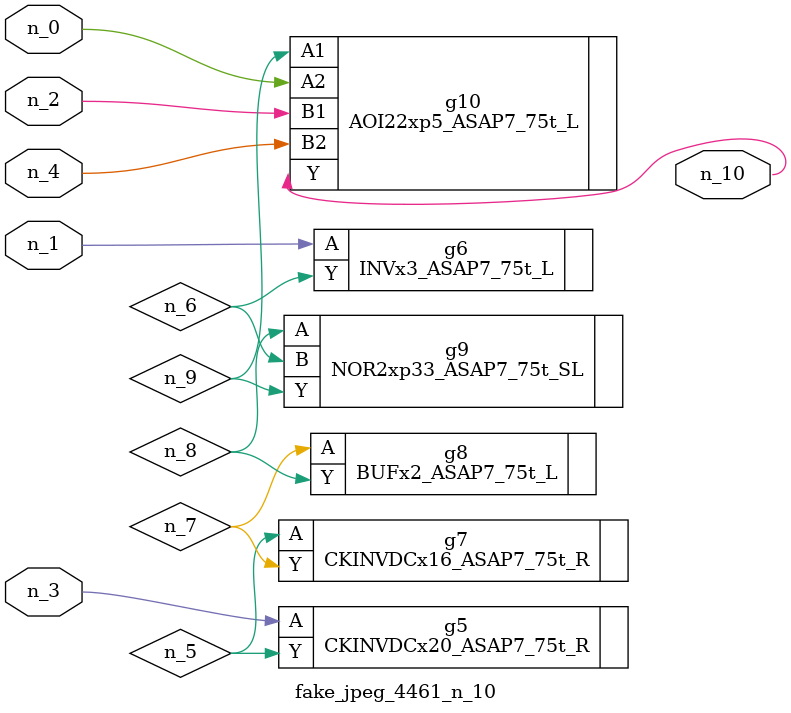
<source format=v>
module fake_jpeg_4461_n_10 (n_3, n_2, n_1, n_0, n_4, n_10);

input n_3;
input n_2;
input n_1;
input n_0;
input n_4;

output n_10;

wire n_8;
wire n_9;
wire n_6;
wire n_5;
wire n_7;

CKINVDCx20_ASAP7_75t_R g5 ( 
.A(n_3),
.Y(n_5)
);

INVx3_ASAP7_75t_L g6 ( 
.A(n_1),
.Y(n_6)
);

CKINVDCx16_ASAP7_75t_R g7 ( 
.A(n_5),
.Y(n_7)
);

BUFx2_ASAP7_75t_L g8 ( 
.A(n_7),
.Y(n_8)
);

NOR2xp33_ASAP7_75t_SL g9 ( 
.A(n_8),
.B(n_6),
.Y(n_9)
);

AOI22xp5_ASAP7_75t_L g10 ( 
.A1(n_9),
.A2(n_0),
.B1(n_2),
.B2(n_4),
.Y(n_10)
);


endmodule
</source>
